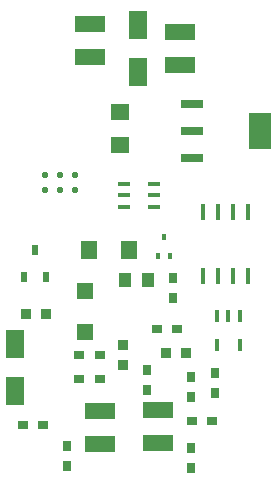
<source format=gbr>
G04 DipTrace 3.2.0.1*
G04 TopPaste.gbr*
%MOIN*%
G04 #@! TF.FileFunction,Paste,Top*
G04 #@! TF.Part,Single*
%AMOUTLINE2*
4,1,4,
-0.017654,-0.015685,
-0.017654,0.015685,
0.017654,0.015685,
0.017654,-0.015685,
-0.017654,-0.015685,
0*%
%AMOUTLINE5*
4,1,4,
0.031433,-0.027496,
-0.031433,-0.027496,
-0.031433,0.027496,
0.031433,0.027496,
0.031433,-0.027496,
0*%
%AMOUTLINE8*
4,1,4,
0.029465,0.045213,
0.029465,-0.045213,
-0.029465,-0.045213,
-0.029465,0.045213,
0.029465,0.045213,
0*%
%AMOUTLINE11*
4,1,4,
0.008795,-0.016669,
-0.008795,-0.016669,
-0.008795,0.016669,
0.008795,0.016669,
0.008795,-0.016669,
0*%
%AMOUTLINE14*
4,1,4,
-0.029465,-0.045213,
-0.029465,0.045213,
0.029465,0.045213,
0.029465,-0.045213,
-0.029465,-0.045213,
0*%
%AMOUTLINE17*
4,1,4,
0.025921,-0.029071,
-0.025921,-0.029071,
-0.025921,0.029071,
0.025921,0.029071,
0.025921,-0.029071,
0*%
%AMOUTLINE20*
4,1,4,
0.04915,-0.027496,
-0.04915,-0.027496,
-0.04915,0.027496,
0.04915,0.027496,
0.04915,-0.027496,
0*%
%AMOUTLINE23*
4,1,4,
-0.04915,0.027496,
0.04915,0.027496,
0.04915,-0.027496,
-0.04915,-0.027496,
-0.04915,0.027496,
0*%
%AMOUTLINE26*
4,1,4,
0.015685,-0.017654,
-0.015685,-0.017654,
-0.015685,0.017654,
0.015685,0.017654,
0.015685,-0.017654,
0*%
%AMOUTLINE29*
4,1,4,
0.019622,-0.007811,
-0.019622,-0.007811,
-0.019622,0.007811,
0.019622,0.007811,
0.019622,-0.007811,
0*%
%AMOUTLINE32*
4,1,36,
0.011485,0.0,
0.011311,0.001995,
0.010792,0.003929,
0.009947,0.005743,
0.008798,0.007382,
0.007382,0.008798,
0.005743,0.009947,
0.003929,0.010792,
0.001995,0.011311,
0.0,0.011485,
-0.001995,0.011311,
-0.003929,0.010792,
-0.005743,0.009947,
-0.007382,0.008798,
-0.008798,0.007382,
-0.009947,0.005743,
-0.010792,0.003929,
-0.011311,0.001995,
-0.011485,0.0,
-0.011311,-0.001995,
-0.010792,-0.003929,
-0.009947,-0.005743,
-0.008798,-0.007382,
-0.007382,-0.008798,
-0.005743,-0.009947,
-0.003929,-0.010792,
-0.001995,-0.011311,
0.0,-0.011485,
0.001995,-0.011311,
0.003929,-0.010792,
0.005743,-0.009947,
0.007382,-0.008798,
0.008798,-0.007382,
0.009947,-0.005743,
0.010792,-0.003929,
0.011311,-0.001995,
0.011485,0.0,
0*%
%AMOUTLINE35*
4,1,4,
0.038323,0.014701,
0.038323,-0.014701,
-0.038323,-0.014701,
-0.038323,0.014701,
0.038323,0.014701,
0*%
%AMOUTLINE38*
4,1,4,
0.038323,0.059976,
0.038323,-0.059976,
-0.038323,-0.059976,
-0.038323,0.059976,
0.038323,0.059976,
0*%
%ADD38R,0.011685X0.023496*%
%ADD40R,0.017591X0.052039*%
%ADD42R,0.015622X0.039244*%
%ADD44R,0.035307X0.03137*%
%ADD46R,0.043181X0.051055*%
%ADD52R,0.058142X0.051843*%
%ADD54R,0.03137X0.035307*%
%ADD59OUTLINE2*%
%ADD62OUTLINE5*%
%ADD65OUTLINE8*%
%ADD68OUTLINE11*%
%ADD71OUTLINE14*%
%ADD74OUTLINE17*%
%ADD77OUTLINE20*%
%ADD80OUTLINE23*%
%ADD83OUTLINE26*%
%ADD86OUTLINE29*%
%ADD89OUTLINE32*%
%ADD92OUTLINE35*%
%ADD95OUTLINE38*%
%FSLAX26Y26*%
G04*
G70*
G90*
G75*
G01*
G04 TopPaste*
%LPD*%
D59*
X1075465Y1315000D3*
X1008535D3*
D54*
X1092100Y1167835D3*
Y1234765D3*
X944000Y1256500D3*
Y1189571D3*
X1029700Y1562365D3*
Y1495435D3*
D62*
X856000Y2006882D3*
Y2117118D3*
D65*
X506000Y1187260D3*
Y1344740D3*
D68*
X534598Y1565724D3*
X609402D3*
X572000Y1656276D3*
D71*
X913000Y2250260D3*
Y2407740D3*
D52*
X738000Y1518929D3*
Y1385070D3*
D74*
X750071Y1656000D3*
X883930D3*
D77*
X982000Y1012882D3*
Y1123118D3*
D80*
X788000Y1119118D3*
Y1008882D3*
D77*
X756000Y2299882D3*
Y2410118D3*
D80*
X1056000Y2274882D3*
Y2385118D3*
D54*
X1092100Y929935D3*
Y996865D3*
X678700Y937735D3*
Y1004665D3*
D46*
X871398Y1556200D3*
X946202D3*
D83*
X863000Y1274535D3*
Y1341465D3*
D44*
X1160665Y1088200D3*
X1093735D3*
D54*
X1170100Y1179535D3*
Y1246465D3*
D44*
X976735Y1392400D3*
X1043665D3*
D59*
X606465Y1444000D3*
X539535D3*
D44*
X786265Y1306600D3*
X719335D3*
Y1228600D3*
X786265D3*
X532135Y1072600D3*
X599065D3*
D86*
X967213Y1801598D3*
Y1839000D3*
Y1876402D3*
X868787D3*
Y1839000D3*
Y1801598D3*
D42*
X1253402Y1437213D3*
X1216000D3*
X1178598D3*
Y1338787D3*
X1253402D3*
D40*
X1131500Y1569000D3*
X1181500D3*
X1231500D3*
X1281500D3*
Y1782543D3*
X1231500D3*
X1181500D3*
X1131500D3*
D89*
X606000Y1908000D3*
X656000D3*
X706000D3*
Y1858000D3*
X656000D3*
X606000D3*
D92*
X1093827Y2143551D3*
Y2053000D3*
Y1962449D3*
D95*
X1322173Y2053000D3*
D38*
X980857Y1637804D3*
X1020228D3*
X1000543Y1700796D3*
M02*

</source>
